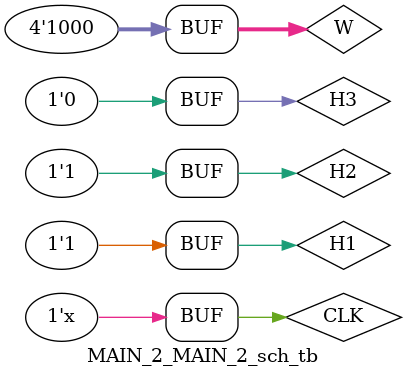
<source format=v>

`timescale 1ns / 1ps

module MAIN_2_MAIN_2_sch_tb();

// Inputs
   reg H3;
   reg H2;
   reg H1;
   reg [3:0] W;
   reg CLK;

// Output
   wire A;
   wire AA;
   wire B;
   wire BB;
   wire C;
   wire CC;

// Bidirs

// Instantiate the UUT
   MAIN_2 UUT (
		.H3(H3), 
		.H2(H2), 
		.H1(H1), 
		.A(A), 
		.AA(AA), 
		.B(B), 
		.BB(BB), 
		.C(C), 
		.CC(CC), 
		.W(W), 
		.CLK(CLK)
   );
// Initialize Inputs
  initial begin
		H3 = 0;
		H2 = 0;
		H1 = 0;
	   W =4'b1000;
		CLK=1;	
   end
	always begin
	#10;
	CLK=~CLK;
	end
	always begin
	H1=1;
	#2000;
	H1=0;
	#3000;
	H1=1;
	#1000;	
	end
	always begin
	H2=0;
	#3000;
	H2=1;
	#3000;
	end
	always begin
	H3=0;
	#1000;
	H3=1;
	#3000;
	H3=0;
	#2000;
	end


   
endmodule

</source>
